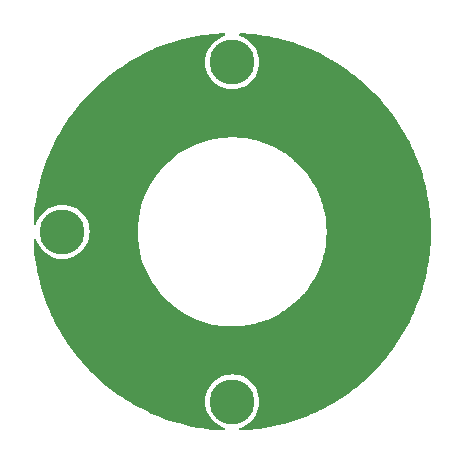
<source format=gbr>
%TF.GenerationSoftware,KiCad,Pcbnew,7.0.5*%
%TF.CreationDate,2024-03-22T00:08:30+08:00*%
%TF.ProjectId,joy-con,6a6f792d-636f-46e2-9e6b-696361645f70,rev?*%
%TF.SameCoordinates,Original*%
%TF.FileFunction,Copper,L1,Top*%
%TF.FilePolarity,Positive*%
%FSLAX46Y46*%
G04 Gerber Fmt 4.6, Leading zero omitted, Abs format (unit mm)*
G04 Created by KiCad (PCBNEW 7.0.5) date 2024-03-22 00:08:30*
%MOMM*%
%LPD*%
G01*
G04 APERTURE LIST*
%TA.AperFunction,WasherPad*%
%ADD10C,3.800000*%
%TD*%
G04 APERTURE END LIST*
D10*
%TO.P,K26,*%
%TO.N,*%
X65205926Y-58990881D03*
X79577926Y-44618881D03*
X79577926Y-73362881D03*
%TD*%
%TA.AperFunction,NonConductor*%
G36*
X80284506Y-42172576D02*
G01*
X80711526Y-42193232D01*
X80713789Y-42193384D01*
X80781723Y-42199188D01*
X81069599Y-42223785D01*
X81524831Y-42267927D01*
X81526952Y-42268172D01*
X81879786Y-42315717D01*
X82333439Y-42381960D01*
X82335676Y-42382330D01*
X82684502Y-42446761D01*
X83135586Y-42535072D01*
X83137876Y-42535565D01*
X83481857Y-42616599D01*
X83929399Y-42726908D01*
X83931644Y-42727507D01*
X84269903Y-42824798D01*
X84713037Y-42957032D01*
X84715207Y-42957725D01*
X85046800Y-43070849D01*
X85484518Y-43224862D01*
X85486739Y-43225693D01*
X85810857Y-43354203D01*
X85938230Y-43406063D01*
X86242107Y-43529789D01*
X86244358Y-43530757D01*
X86560075Y-43674097D01*
X86984038Y-43871101D01*
X86986237Y-43872176D01*
X87292876Y-44029830D01*
X87708565Y-44248001D01*
X87710737Y-44249197D01*
X87986680Y-44408513D01*
X88007387Y-44420468D01*
X88413950Y-44659585D01*
X88416096Y-44660906D01*
X88701953Y-44845063D01*
X89098600Y-45104925D01*
X89100633Y-45106317D01*
X89242424Y-45207760D01*
X89374984Y-45302599D01*
X89760795Y-45582907D01*
X89762805Y-45584432D01*
X90024902Y-45791960D01*
X90399050Y-46092451D01*
X90401019Y-46094102D01*
X90650083Y-46311855D01*
X91011847Y-46632350D01*
X91013752Y-46634110D01*
X91249147Y-46861060D01*
X91597742Y-47201331D01*
X91599589Y-47203212D01*
X91719397Y-47330546D01*
X91820654Y-47438162D01*
X92155377Y-47798076D01*
X92157137Y-47800052D01*
X92363363Y-48041810D01*
X92683413Y-48421158D01*
X92685068Y-48423207D01*
X92747845Y-48504506D01*
X92875762Y-48670165D01*
X93180619Y-49069123D01*
X93182215Y-49071309D01*
X93356803Y-49321727D01*
X93536852Y-49582572D01*
X93645804Y-49740416D01*
X93647305Y-49742696D01*
X93805438Y-49994850D01*
X94077897Y-50433494D01*
X94079298Y-50435864D01*
X94220408Y-50687297D01*
X94410478Y-51029107D01*
X94475706Y-51146410D01*
X94475874Y-51146711D01*
X94477168Y-51149167D01*
X94600911Y-51397231D01*
X94838800Y-51878401D01*
X94839984Y-51880937D01*
X94945957Y-52122111D01*
X95165824Y-52626845D01*
X95166892Y-52629457D01*
X95254597Y-52858770D01*
X95456169Y-53390272D01*
X95457116Y-53392955D01*
X95526225Y-53603902D01*
X95526210Y-53603906D01*
X95526320Y-53604189D01*
X95709144Y-54166868D01*
X95709967Y-54169616D01*
X95760400Y-54353349D01*
X95760434Y-54353606D01*
X95760468Y-54353597D01*
X95924169Y-54954842D01*
X95924863Y-54957649D01*
X95956391Y-55099187D01*
X95956414Y-55099397D01*
X95956437Y-55099392D01*
X96100720Y-55752285D01*
X96101282Y-55755145D01*
X96113757Y-55827610D01*
X96238216Y-56556318D01*
X96238649Y-56559283D01*
X96336372Y-57364100D01*
X96336661Y-57367083D01*
X96352664Y-57587421D01*
X96390517Y-58108633D01*
X96395385Y-58175650D01*
X96395530Y-58178644D01*
X96415119Y-58989133D01*
X96415119Y-58992129D01*
X96395530Y-59802617D01*
X96395385Y-59805611D01*
X96336661Y-60614178D01*
X96336372Y-60617161D01*
X96238649Y-61421978D01*
X96238216Y-61424943D01*
X96113757Y-62153651D01*
X96101282Y-62226115D01*
X96100720Y-62228975D01*
X95956414Y-62881971D01*
X95924863Y-63023611D01*
X95924169Y-63026418D01*
X95760434Y-63627787D01*
X95709967Y-63811644D01*
X95709144Y-63814392D01*
X95526276Y-64377206D01*
X95457116Y-64588306D01*
X95456169Y-64590989D01*
X95254597Y-65122491D01*
X95166892Y-65351803D01*
X95165824Y-65354415D01*
X94945957Y-65859150D01*
X94839984Y-66100323D01*
X94838800Y-66102859D01*
X94600915Y-66584023D01*
X94477168Y-66832093D01*
X94475873Y-66834549D01*
X94220408Y-67293963D01*
X94079298Y-67545396D01*
X94077897Y-67547766D01*
X93805438Y-67986410D01*
X93647305Y-68238564D01*
X93645804Y-68240844D01*
X93356790Y-68659554D01*
X93182215Y-68909951D01*
X93180619Y-68912137D01*
X92875762Y-69311095D01*
X92685081Y-69558037D01*
X92683395Y-69560125D01*
X92363348Y-69939469D01*
X92157146Y-70181198D01*
X92155377Y-70183184D01*
X91820695Y-70543054D01*
X91599589Y-70778048D01*
X91597742Y-70779929D01*
X91249186Y-71120163D01*
X91013767Y-71347136D01*
X91011847Y-71348910D01*
X90650180Y-71669320D01*
X90401019Y-71887158D01*
X90399034Y-71888822D01*
X90024918Y-72189288D01*
X89762805Y-72396828D01*
X89760760Y-72398380D01*
X89375033Y-72678626D01*
X89100656Y-72874927D01*
X89098557Y-72876364D01*
X88701969Y-73136187D01*
X88416096Y-73320354D01*
X88413950Y-73321675D01*
X88007387Y-73560792D01*
X87710753Y-73732054D01*
X87708565Y-73733259D01*
X87292826Y-73951456D01*
X86986261Y-74109072D01*
X86984038Y-74110159D01*
X86560075Y-74307163D01*
X86244358Y-74450503D01*
X86242107Y-74451471D01*
X85810833Y-74627067D01*
X85486746Y-74755564D01*
X85484473Y-74756415D01*
X85046798Y-74910412D01*
X84715289Y-75023508D01*
X84712999Y-75024240D01*
X84269927Y-75156455D01*
X83931672Y-75253745D01*
X83929371Y-75254359D01*
X83481838Y-75364666D01*
X83137891Y-75445691D01*
X83135586Y-75446188D01*
X82684467Y-75534506D01*
X82335716Y-75598923D01*
X82333413Y-75599304D01*
X81879783Y-75665544D01*
X81527040Y-75713077D01*
X81524744Y-75713343D01*
X81069626Y-75757474D01*
X80713789Y-75787876D01*
X80711507Y-75788029D01*
X80286608Y-75808582D01*
X80218696Y-75792160D01*
X80170443Y-75741628D01*
X80157170Y-75673031D01*
X80183090Y-75608147D01*
X80239975Y-75567577D01*
X80240542Y-75567382D01*
X80460178Y-75492826D01*
X80730644Y-75359447D01*
X80981387Y-75191906D01*
X81208115Y-74993070D01*
X81406951Y-74766342D01*
X81574492Y-74515599D01*
X81707871Y-74245133D01*
X81804806Y-73959572D01*
X81863639Y-73663801D01*
X81883362Y-73362881D01*
X81863639Y-73061961D01*
X81804806Y-72766190D01*
X81707871Y-72480629D01*
X81667310Y-72398380D01*
X81574494Y-72210167D01*
X81574490Y-72210160D01*
X81406952Y-71959421D01*
X81208115Y-71732691D01*
X80981385Y-71533854D01*
X80730646Y-71366316D01*
X80730639Y-71366312D01*
X80460194Y-71232943D01*
X80460173Y-71232934D01*
X80174624Y-71136003D01*
X80174618Y-71136001D01*
X80174617Y-71136001D01*
X80174615Y-71136000D01*
X80174609Y-71135999D01*
X79878856Y-71077169D01*
X79878847Y-71077168D01*
X79878846Y-71077168D01*
X79577926Y-71057445D01*
X79277006Y-71077168D01*
X79277005Y-71077168D01*
X79276995Y-71077169D01*
X78981242Y-71135999D01*
X78981227Y-71136003D01*
X78695678Y-71232934D01*
X78695657Y-71232943D01*
X78425212Y-71366312D01*
X78425205Y-71366316D01*
X78174466Y-71533854D01*
X77947736Y-71732691D01*
X77748899Y-71959421D01*
X77581361Y-72210160D01*
X77581357Y-72210167D01*
X77447988Y-72480612D01*
X77447979Y-72480633D01*
X77351048Y-72766182D01*
X77351044Y-72766197D01*
X77292214Y-73061950D01*
X77292213Y-73061960D01*
X77292213Y-73061961D01*
X77272490Y-73362881D01*
X77290927Y-73644187D01*
X77292213Y-73663799D01*
X77292214Y-73663811D01*
X77351044Y-73959564D01*
X77351048Y-73959579D01*
X77447979Y-74245128D01*
X77447988Y-74245149D01*
X77581357Y-74515594D01*
X77581361Y-74515601D01*
X77748899Y-74766340D01*
X77947736Y-74993070D01*
X78174466Y-75191907D01*
X78425205Y-75359445D01*
X78425212Y-75359449D01*
X78695657Y-75492818D01*
X78695660Y-75492819D01*
X78695674Y-75492826D01*
X78915174Y-75567336D01*
X78972329Y-75607525D01*
X78998682Y-75672234D01*
X78985868Y-75740918D01*
X78937954Y-75791771D01*
X78870153Y-75808647D01*
X78869325Y-75808610D01*
X78625193Y-75796802D01*
X78265767Y-75774892D01*
X78263555Y-75774717D01*
X77812216Y-75730953D01*
X77453378Y-75691469D01*
X77451200Y-75691190D01*
X77003277Y-75625784D01*
X76646002Y-75568750D01*
X76643863Y-75568371D01*
X76200343Y-75481542D01*
X75845534Y-75407027D01*
X75843439Y-75406549D01*
X75405298Y-75298557D01*
X75053824Y-75206669D01*
X75051777Y-75206096D01*
X74620064Y-75077271D01*
X74352061Y-74993070D01*
X74272821Y-74968174D01*
X74270841Y-74967514D01*
X73846302Y-74818137D01*
X73504293Y-74692082D01*
X73502354Y-74691331D01*
X73086042Y-74521828D01*
X72750044Y-74379045D01*
X72748212Y-74378231D01*
X72543884Y-74283285D01*
X72341055Y-74189035D01*
X72011883Y-74029809D01*
X72010068Y-74028894D01*
X71612976Y-73820484D01*
X71291505Y-73645177D01*
X71289757Y-73644187D01*
X70903657Y-73417106D01*
X70590647Y-73226078D01*
X70588968Y-73225017D01*
X70214594Y-72979746D01*
X70060276Y-72874927D01*
X69910933Y-72773486D01*
X69909346Y-72772371D01*
X69547615Y-72509558D01*
X69253991Y-72288484D01*
X69252460Y-72287293D01*
X68904101Y-72007512D01*
X68621338Y-71772195D01*
X68619884Y-71770947D01*
X68576702Y-71732691D01*
X68285702Y-71474887D01*
X68014473Y-71225845D01*
X68013102Y-71224546D01*
X67693814Y-70912882D01*
X67679783Y-70898679D01*
X67434795Y-70650690D01*
X67433550Y-70649392D01*
X67254987Y-70457390D01*
X67129886Y-70322873D01*
X66883716Y-70048133D01*
X66882553Y-70046795D01*
X66595150Y-69706144D01*
X66362527Y-69419592D01*
X66361399Y-69418160D01*
X66090941Y-69064218D01*
X65872416Y-68766505D01*
X65871399Y-68765077D01*
X65618461Y-68398634D01*
X65414521Y-68090378D01*
X65413562Y-68088882D01*
X65349912Y-67986410D01*
X65179109Y-67711427D01*
X65178476Y-67710384D01*
X65104959Y-67586555D01*
X64989971Y-67392875D01*
X64989110Y-67391377D01*
X64773270Y-67003222D01*
X64772666Y-67002109D01*
X64683921Y-66834549D01*
X64599759Y-66675642D01*
X64598974Y-66674106D01*
X64402217Y-66276135D01*
X64401658Y-66274973D01*
X64267177Y-65988101D01*
X64244748Y-65940255D01*
X64244091Y-65938800D01*
X64066799Y-65531805D01*
X64066364Y-65530778D01*
X63925858Y-65188625D01*
X63925260Y-65187107D01*
X63767889Y-64772155D01*
X63767491Y-64771069D01*
X63643759Y-64422336D01*
X63643272Y-64420901D01*
X63506164Y-63998924D01*
X63505829Y-63997856D01*
X63399194Y-63643416D01*
X63398754Y-63641878D01*
X63315310Y-63335408D01*
X63282239Y-63213943D01*
X63281896Y-63212622D01*
X63192643Y-62853408D01*
X63192319Y-62852025D01*
X63126192Y-62552798D01*
X63096622Y-62418987D01*
X63096334Y-62417612D01*
X63068959Y-62278885D01*
X63024663Y-62054408D01*
X63024397Y-62052963D01*
X62949750Y-61615907D01*
X62949543Y-61614609D01*
X62895627Y-61248258D01*
X62895422Y-61246722D01*
X62889214Y-61195592D01*
X62841979Y-60806578D01*
X62841845Y-60805368D01*
X62805820Y-60436717D01*
X62805699Y-60435300D01*
X62773578Y-59993021D01*
X62773506Y-59991827D01*
X62759099Y-59696286D01*
X62775496Y-59628372D01*
X62826010Y-59580100D01*
X62894603Y-59566802D01*
X62959496Y-59592698D01*
X63000087Y-59649567D01*
X63000371Y-59650394D01*
X63075979Y-59873128D01*
X63075988Y-59873149D01*
X63209357Y-60143594D01*
X63209361Y-60143601D01*
X63376899Y-60394340D01*
X63575736Y-60621070D01*
X63802466Y-60819907D01*
X64053205Y-60987445D01*
X64053212Y-60987449D01*
X64323657Y-61120818D01*
X64323662Y-61120820D01*
X64323674Y-61120826D01*
X64609235Y-61217761D01*
X64809177Y-61257532D01*
X64904995Y-61276592D01*
X64904996Y-61276592D01*
X64905006Y-61276594D01*
X65205926Y-61296317D01*
X65506846Y-61276594D01*
X65802617Y-61217761D01*
X66088178Y-61120826D01*
X66358644Y-60987447D01*
X66609387Y-60819906D01*
X66836115Y-60621070D01*
X67034951Y-60394342D01*
X67202492Y-60143599D01*
X67335871Y-59873133D01*
X67432806Y-59587572D01*
X67491639Y-59291801D01*
X67511362Y-58990881D01*
X67511346Y-58990643D01*
X71572299Y-58990643D01*
X71591798Y-59549040D01*
X71591799Y-59549051D01*
X71595847Y-59587564D01*
X71650207Y-60104764D01*
X71650208Y-60104771D01*
X71650209Y-60104778D01*
X71747234Y-60655034D01*
X71882414Y-61197213D01*
X71882419Y-61197229D01*
X72055082Y-61728632D01*
X72264402Y-62246716D01*
X72509340Y-62748914D01*
X72509347Y-62748928D01*
X72788724Y-63232823D01*
X72788727Y-63232827D01*
X72788731Y-63232834D01*
X73101190Y-63696074D01*
X73101194Y-63696079D01*
X73101200Y-63696088D01*
X73445187Y-64136372D01*
X73445203Y-64136391D01*
X73819088Y-64551631D01*
X73819090Y-64551633D01*
X73857066Y-64588306D01*
X74221019Y-64939772D01*
X74221025Y-64939777D01*
X74221033Y-64939785D01*
X74221044Y-64939794D01*
X74649054Y-65298938D01*
X74649083Y-65298961D01*
X74771101Y-65387612D01*
X75094420Y-65622517D01*
X75101129Y-65627391D01*
X75101130Y-65627392D01*
X75472020Y-65859150D01*
X75574987Y-65923491D01*
X75715638Y-65998276D01*
X75885245Y-66088458D01*
X76068350Y-66185816D01*
X76396716Y-66332014D01*
X76396758Y-66332049D01*
X76397340Y-66332292D01*
X76578809Y-66413087D01*
X76919444Y-66537068D01*
X76919613Y-66537192D01*
X76921887Y-66537957D01*
X77103878Y-66604197D01*
X77455275Y-66704958D01*
X77455656Y-66705199D01*
X77456647Y-66705431D01*
X77459612Y-66706202D01*
X77641000Y-66758214D01*
X78001551Y-66834851D01*
X78002193Y-66835197D01*
X78004660Y-66835593D01*
X78007712Y-66836160D01*
X78155562Y-66867587D01*
X78187542Y-66874385D01*
X78187545Y-66874385D01*
X78187557Y-66874388D01*
X78555623Y-66926116D01*
X78556540Y-66926532D01*
X78560466Y-66926879D01*
X78563609Y-66927239D01*
X78740886Y-66952154D01*
X79114036Y-66978246D01*
X79114740Y-66978296D01*
X79115940Y-66978741D01*
X79121241Y-66978835D01*
X79124444Y-66978974D01*
X79298292Y-66991131D01*
X79298304Y-66991131D01*
X79676131Y-66991131D01*
X79677628Y-66991570D01*
X79684283Y-66991218D01*
X79687564Y-66991131D01*
X79857048Y-66991131D01*
X79857060Y-66991131D01*
X80237048Y-66964560D01*
X80238836Y-66964952D01*
X80246714Y-66963974D01*
X80250018Y-66963653D01*
X80414466Y-66952154D01*
X80794728Y-66898711D01*
X80796810Y-66899017D01*
X80805830Y-66897243D01*
X80809134Y-66896686D01*
X80967795Y-66874388D01*
X81346414Y-66793910D01*
X81348776Y-66794090D01*
X81358780Y-66791378D01*
X81362084Y-66790579D01*
X81514352Y-66758214D01*
X81534237Y-66752512D01*
X81889408Y-66650669D01*
X81892045Y-66650685D01*
X81902923Y-66646894D01*
X81906214Y-66645849D01*
X82051474Y-66604197D01*
X82421028Y-66469689D01*
X82423928Y-66469505D01*
X82435540Y-66464515D01*
X82438818Y-66463215D01*
X82450040Y-66459130D01*
X82576543Y-66413087D01*
X82938650Y-66251866D01*
X82941795Y-66251444D01*
X82953996Y-66245146D01*
X82957200Y-66243607D01*
X83087002Y-66185816D01*
X83439716Y-65998275D01*
X83443081Y-65997582D01*
X83455696Y-65989897D01*
X83458792Y-65988131D01*
X83580365Y-65923491D01*
X83921749Y-65710169D01*
X83925314Y-65709171D01*
X83938179Y-65700031D01*
X83941236Y-65697993D01*
X84054226Y-65627389D01*
X84382418Y-65388942D01*
X84386148Y-65387612D01*
X84399084Y-65376972D01*
X84402000Y-65374715D01*
X84506278Y-65298954D01*
X84819420Y-65036196D01*
X84823290Y-65034502D01*
X84836137Y-65022318D01*
X84838927Y-65019827D01*
X84934319Y-64939785D01*
X85230590Y-64653678D01*
X85234563Y-64651598D01*
X85247134Y-64637866D01*
X85249799Y-64635129D01*
X85295508Y-64590989D01*
X85336262Y-64551633D01*
X85339938Y-64547551D01*
X85613936Y-64243245D01*
X85617970Y-64240759D01*
X85630084Y-64225491D01*
X85632566Y-64222554D01*
X85710151Y-64136388D01*
X85817483Y-63999010D01*
X85967558Y-63806922D01*
X85971618Y-63804011D01*
X85983107Y-63787221D01*
X85985407Y-63784076D01*
X86054162Y-63696074D01*
X86289700Y-63346873D01*
X86293745Y-63343522D01*
X86304442Y-63325244D01*
X86306538Y-63321910D01*
X86366621Y-63232834D01*
X86578781Y-62865360D01*
X86582766Y-62861560D01*
X86592503Y-62841853D01*
X86594389Y-62838327D01*
X86646004Y-62748928D01*
X86833376Y-62364758D01*
X86837253Y-62360506D01*
X86845866Y-62339453D01*
X86847507Y-62335784D01*
X86890952Y-62246711D01*
X87052242Y-61847503D01*
X87055972Y-61842791D01*
X87063315Y-61820462D01*
X87064719Y-61816621D01*
X87100270Y-61728631D01*
X87234280Y-61316186D01*
X87237814Y-61311019D01*
X87243743Y-61287514D01*
X87244885Y-61283548D01*
X87272938Y-61197212D01*
X87378604Y-60773407D01*
X87381896Y-60767788D01*
X87386279Y-60743215D01*
X87387150Y-60739128D01*
X87408116Y-60655042D01*
X87505145Y-60104764D01*
X87563552Y-59549058D01*
X87563553Y-59549040D01*
X87583053Y-58990643D01*
X87583053Y-58990618D01*
X87563553Y-58432221D01*
X87563552Y-58432210D01*
X87563552Y-58432204D01*
X87505145Y-57876498D01*
X87408116Y-57326220D01*
X87387152Y-57242139D01*
X87386279Y-57238047D01*
X87382282Y-57215638D01*
X87378604Y-57207855D01*
X87272938Y-56784050D01*
X87244889Y-56697724D01*
X87243744Y-56693750D01*
X87238332Y-56672295D01*
X87234281Y-56665076D01*
X87199147Y-56556944D01*
X87100270Y-56252631D01*
X87064725Y-56164654D01*
X87063317Y-56160805D01*
X87056608Y-56140402D01*
X87052242Y-56133758D01*
X86899497Y-55755701D01*
X86890952Y-55734551D01*
X86847523Y-55645510D01*
X86845871Y-55641817D01*
X86837993Y-55622559D01*
X86833376Y-55616504D01*
X86646004Y-55232334D01*
X86636760Y-55216323D01*
X86594401Y-55142954D01*
X86592508Y-55139416D01*
X86583590Y-55121368D01*
X86578781Y-55115900D01*
X86366627Y-54748438D01*
X86366625Y-54748436D01*
X86366621Y-54748428D01*
X86306548Y-54659367D01*
X86304449Y-54656029D01*
X86294640Y-54639267D01*
X86289697Y-54634384D01*
X86100304Y-54353597D01*
X86054162Y-54285188D01*
X85985413Y-54197194D01*
X85983114Y-54194050D01*
X85972572Y-54178644D01*
X85967558Y-54174339D01*
X85710164Y-53844889D01*
X85710148Y-53844870D01*
X85632589Y-53758733D01*
X85630093Y-53755780D01*
X85618969Y-53741758D01*
X85613936Y-53738017D01*
X85336263Y-53429630D01*
X85249816Y-53346148D01*
X85247153Y-53343413D01*
X85235593Y-53330785D01*
X85230591Y-53327583D01*
X84934332Y-53041489D01*
X84934325Y-53041483D01*
X84934319Y-53041477D01*
X84928884Y-53036916D01*
X84838961Y-52961461D01*
X84836149Y-52958952D01*
X84824329Y-52947742D01*
X84819420Y-52945065D01*
X84506297Y-52682323D01*
X84506268Y-52682300D01*
X84402047Y-52606580D01*
X84399104Y-52604303D01*
X84387182Y-52594498D01*
X84382416Y-52592316D01*
X84054222Y-52353870D01*
X84054221Y-52353869D01*
X83941252Y-52283279D01*
X83938195Y-52281241D01*
X83926334Y-52272813D01*
X83921750Y-52271092D01*
X83580373Y-52057775D01*
X83524096Y-52027852D01*
X83458848Y-51993159D01*
X83455708Y-51991370D01*
X83444076Y-51984284D01*
X83439714Y-51982986D01*
X83087012Y-51795451D01*
X83086996Y-51795443D01*
X82957248Y-51737676D01*
X82954025Y-51736128D01*
X82942753Y-51730309D01*
X82938648Y-51729394D01*
X82715261Y-51629936D01*
X82576543Y-51568175D01*
X82552406Y-51559390D01*
X82438830Y-51518051D01*
X82435553Y-51516751D01*
X82424832Y-51512143D01*
X82421030Y-51511572D01*
X82051465Y-51377061D01*
X81906263Y-51335426D01*
X81902948Y-51334374D01*
X81892890Y-51330869D01*
X81889409Y-51330593D01*
X81514373Y-51223053D01*
X81514355Y-51223048D01*
X81514352Y-51223048D01*
X81362128Y-51190691D01*
X81358809Y-51189890D01*
X81349558Y-51187382D01*
X81346415Y-51187352D01*
X81147587Y-51145090D01*
X80967795Y-51106874D01*
X80967780Y-51106871D01*
X80967775Y-51106871D01*
X80809190Y-51084583D01*
X80805858Y-51084022D01*
X80797512Y-51082381D01*
X80794729Y-51082550D01*
X80414463Y-51029107D01*
X80250052Y-51017611D01*
X80246738Y-51017289D01*
X80239460Y-51016385D01*
X80237049Y-51016702D01*
X79857072Y-50990131D01*
X79857060Y-50990131D01*
X79687548Y-50990131D01*
X79684266Y-50990044D01*
X79678147Y-50989719D01*
X79676131Y-50990131D01*
X79298277Y-50990131D01*
X79124517Y-51002282D01*
X79121289Y-51002423D01*
X79116379Y-51002510D01*
X79114742Y-51002965D01*
X78740888Y-51029107D01*
X78616845Y-51046540D01*
X78563641Y-51054018D01*
X78560489Y-51054379D01*
X78556887Y-51054697D01*
X78555624Y-51055145D01*
X78187575Y-51106871D01*
X78187563Y-51106873D01*
X78187557Y-51106874D01*
X78187548Y-51106875D01*
X78187542Y-51106877D01*
X78007763Y-51145090D01*
X78004683Y-51145664D01*
X78002436Y-51146024D01*
X78001550Y-51146410D01*
X77641013Y-51223045D01*
X77641006Y-51223046D01*
X77641000Y-51223048D01*
X77640993Y-51223049D01*
X77640997Y-51223049D01*
X77459668Y-51275043D01*
X77456688Y-51275818D01*
X77455810Y-51276023D01*
X77455273Y-51276303D01*
X77103886Y-51377061D01*
X76921952Y-51443280D01*
X76919695Y-51444039D01*
X76919445Y-51444193D01*
X76578811Y-51568174D01*
X76397425Y-51648932D01*
X76396780Y-51649200D01*
X76396715Y-51649247D01*
X76068368Y-51795437D01*
X76068338Y-51795452D01*
X75888704Y-51890964D01*
X75888691Y-51890970D01*
X75574993Y-52057767D01*
X75574990Y-52057769D01*
X75101130Y-52353869D01*
X75101129Y-52353870D01*
X74649083Y-52682300D01*
X74649054Y-52682323D01*
X74221044Y-53041467D01*
X74221019Y-53041489D01*
X73819088Y-53429630D01*
X73445203Y-53844870D01*
X73445187Y-53844889D01*
X73101200Y-54285173D01*
X73101194Y-54285182D01*
X72788729Y-54748431D01*
X72788724Y-54748438D01*
X72509347Y-55232333D01*
X72509340Y-55232347D01*
X72264402Y-55734545D01*
X72055082Y-56252629D01*
X71882419Y-56784032D01*
X71882414Y-56784048D01*
X71747234Y-57326227D01*
X71650209Y-57876483D01*
X71591799Y-58432210D01*
X71591798Y-58432221D01*
X71572299Y-58990618D01*
X71572299Y-58990643D01*
X67511346Y-58990643D01*
X67491639Y-58689961D01*
X67432806Y-58394190D01*
X67335871Y-58108629D01*
X67202492Y-57838163D01*
X67034951Y-57587420D01*
X66997361Y-57544557D01*
X66836115Y-57360691D01*
X66609385Y-57161854D01*
X66358646Y-56994316D01*
X66358639Y-56994312D01*
X66088194Y-56860943D01*
X66088173Y-56860934D01*
X65802624Y-56764003D01*
X65802618Y-56764001D01*
X65802617Y-56764001D01*
X65802615Y-56764000D01*
X65802609Y-56763999D01*
X65506856Y-56705169D01*
X65506847Y-56705168D01*
X65506846Y-56705168D01*
X65205926Y-56685445D01*
X65205925Y-56685445D01*
X65079214Y-56693750D01*
X64905006Y-56705168D01*
X64905005Y-56705168D01*
X64904995Y-56705169D01*
X64609242Y-56763999D01*
X64609227Y-56764003D01*
X64323678Y-56860934D01*
X64323657Y-56860943D01*
X64053212Y-56994312D01*
X64053205Y-56994316D01*
X63802466Y-57161854D01*
X63575736Y-57360691D01*
X63376899Y-57587421D01*
X63209361Y-57838160D01*
X63209357Y-57838167D01*
X63075988Y-58108612D01*
X63075979Y-58108634D01*
X63000342Y-58331451D01*
X62960153Y-58388605D01*
X62895443Y-58414958D01*
X62826759Y-58402143D01*
X62775906Y-58354229D01*
X62759031Y-58286428D01*
X62759053Y-58285930D01*
X62773506Y-57989423D01*
X62773576Y-57988261D01*
X62805700Y-57545944D01*
X62805818Y-57544557D01*
X62841847Y-57175875D01*
X62841976Y-57174702D01*
X62895423Y-56734523D01*
X62895624Y-56733023D01*
X62949547Y-56366626D01*
X62949745Y-56365384D01*
X63024402Y-55928266D01*
X63024657Y-55926881D01*
X63096344Y-55563596D01*
X63096622Y-55562273D01*
X63102805Y-55534293D01*
X63192326Y-55129202D01*
X63192635Y-55127887D01*
X63281913Y-54768569D01*
X63282227Y-54767365D01*
X63398754Y-54339379D01*
X63399182Y-54337885D01*
X63505845Y-53983354D01*
X63506147Y-53982389D01*
X63643288Y-53560313D01*
X63643744Y-53558969D01*
X63767512Y-53210131D01*
X63767863Y-53209176D01*
X63925285Y-52794087D01*
X63925838Y-52792685D01*
X64066392Y-52450417D01*
X64066770Y-52449524D01*
X64244117Y-52042401D01*
X64244723Y-52041059D01*
X64401668Y-51706265D01*
X64402170Y-51705220D01*
X64598988Y-51307125D01*
X64599729Y-51305675D01*
X64772711Y-50979066D01*
X64773200Y-50978165D01*
X64989147Y-50589817D01*
X64989935Y-50588446D01*
X65178541Y-50270767D01*
X65179048Y-50269933D01*
X65413618Y-49892289D01*
X65414472Y-49890957D01*
X65618435Y-49582665D01*
X65871447Y-49216114D01*
X65872361Y-49214830D01*
X66090912Y-48917080D01*
X66361446Y-48563040D01*
X66362472Y-48561737D01*
X66595136Y-48275133D01*
X66882614Y-47934394D01*
X66883646Y-47933206D01*
X67129825Y-47658453D01*
X67433615Y-47331800D01*
X67434730Y-47330637D01*
X67693821Y-47068371D01*
X68013149Y-46756668D01*
X68014404Y-46755480D01*
X68285669Y-46506403D01*
X68619962Y-46210245D01*
X68621277Y-46209116D01*
X68904107Y-45973743D01*
X69252524Y-45693916D01*
X69253902Y-45692844D01*
X69547568Y-45471737D01*
X69909437Y-45208824D01*
X69910848Y-45207832D01*
X70214597Y-45001513D01*
X70589046Y-44756193D01*
X70590647Y-44755182D01*
X70903574Y-44564204D01*
X71289826Y-44337033D01*
X71291470Y-44336102D01*
X71612956Y-44160787D01*
X72010130Y-43952334D01*
X72011775Y-43951505D01*
X72341032Y-43792236D01*
X72748314Y-43602983D01*
X72749939Y-43602261D01*
X73086017Y-43459442D01*
X73502422Y-43289902D01*
X73504255Y-43289192D01*
X73846267Y-43163134D01*
X74270904Y-43013724D01*
X74272717Y-43013120D01*
X74619991Y-42904012D01*
X75051841Y-42775145D01*
X75053787Y-42774601D01*
X75405287Y-42682706D01*
X75843498Y-42574697D01*
X75845488Y-42574243D01*
X76200272Y-42499733D01*
X76643925Y-42412877D01*
X76646002Y-42412510D01*
X76712039Y-42401967D01*
X77003245Y-42355481D01*
X77451237Y-42290065D01*
X77453308Y-42289799D01*
X77812154Y-42250314D01*
X78263637Y-42206536D01*
X78265659Y-42206376D01*
X78625166Y-42184460D01*
X78871050Y-42172567D01*
X78938958Y-42188988D01*
X78987211Y-42239520D01*
X79000484Y-42308117D01*
X78974564Y-42373001D01*
X78917680Y-42413571D01*
X78916896Y-42413840D01*
X78695679Y-42488934D01*
X78695657Y-42488943D01*
X78425212Y-42622312D01*
X78425205Y-42622316D01*
X78174466Y-42789854D01*
X77947736Y-42988691D01*
X77748899Y-43215421D01*
X77581361Y-43466160D01*
X77581357Y-43466167D01*
X77447988Y-43736612D01*
X77447979Y-43736633D01*
X77351048Y-44022182D01*
X77351044Y-44022197D01*
X77292214Y-44317950D01*
X77292213Y-44317960D01*
X77292213Y-44317961D01*
X77272490Y-44618881D01*
X77281423Y-44755182D01*
X77292213Y-44919799D01*
X77292214Y-44919811D01*
X77351044Y-45215564D01*
X77351048Y-45215579D01*
X77447979Y-45501128D01*
X77447988Y-45501149D01*
X77581357Y-45771594D01*
X77581361Y-45771601D01*
X77748899Y-46022340D01*
X77947736Y-46249070D01*
X78174466Y-46447907D01*
X78425205Y-46615445D01*
X78425212Y-46615449D01*
X78695657Y-46748818D01*
X78695662Y-46748820D01*
X78695674Y-46748826D01*
X78981235Y-46845761D01*
X79181177Y-46885532D01*
X79276995Y-46904592D01*
X79276996Y-46904592D01*
X79277006Y-46904594D01*
X79577926Y-46924317D01*
X79878846Y-46904594D01*
X80174617Y-46845761D01*
X80460178Y-46748826D01*
X80730644Y-46615447D01*
X80981387Y-46447906D01*
X81208115Y-46249070D01*
X81406951Y-46022342D01*
X81574492Y-45771599D01*
X81707871Y-45501133D01*
X81804806Y-45215572D01*
X81863639Y-44919801D01*
X81883362Y-44618881D01*
X81863639Y-44317961D01*
X81804806Y-44022190D01*
X81707871Y-43736629D01*
X81574492Y-43466163D01*
X81569971Y-43459397D01*
X81406952Y-43215421D01*
X81208115Y-42988691D01*
X80981385Y-42789854D01*
X80730646Y-42622316D01*
X80730639Y-42622312D01*
X80460194Y-42488943D01*
X80460173Y-42488934D01*
X80239037Y-42413868D01*
X80181883Y-42373679D01*
X80155530Y-42308970D01*
X80168345Y-42240285D01*
X80216259Y-42189432D01*
X80284060Y-42172557D01*
X80284506Y-42172576D01*
G37*
%TD.AperFunction*%
M02*

</source>
